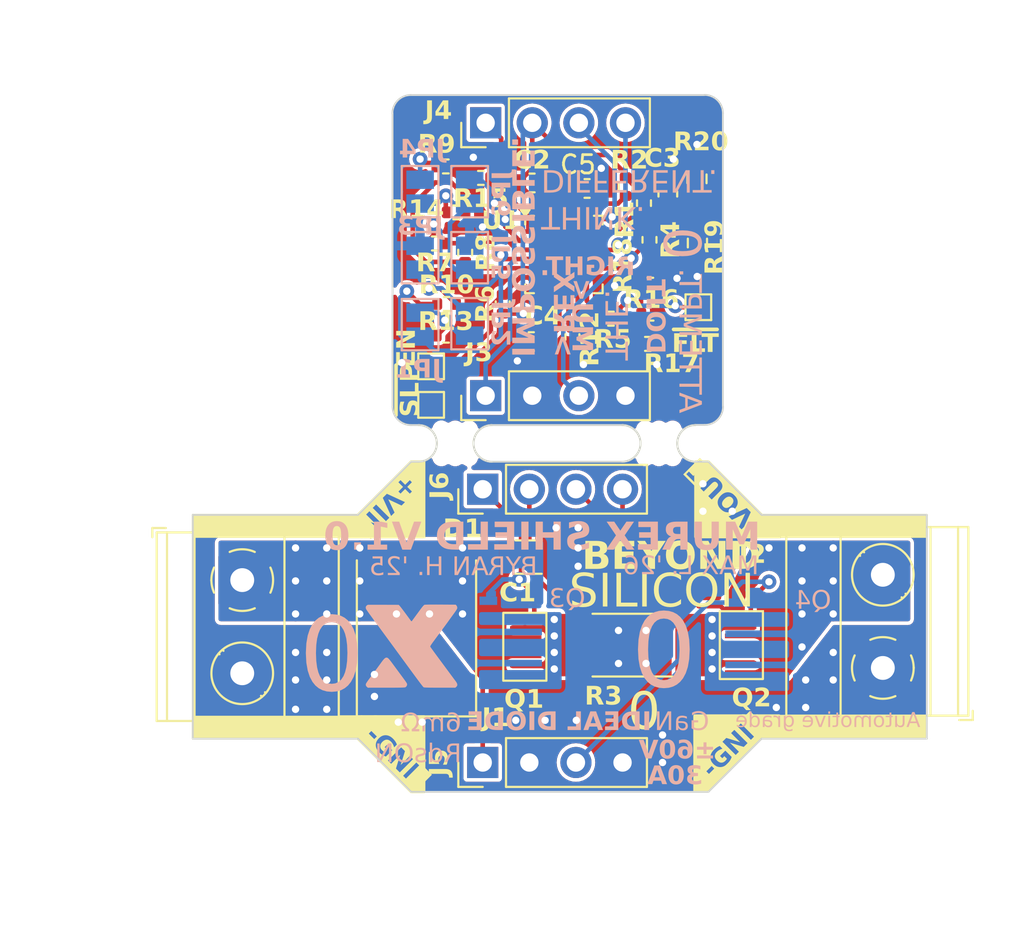
<source format=kicad_pcb>
(kicad_pcb (version 20240225) (generator "pcbnew") (generator_version "8.99")
  (layers (0 "F.Cu" signal) (31 "B.Cu" signal) (34 "B.Paste" user) (35 "F.Paste" user) (36 "B.SilkS" user "B.Silkscreen") (37 "F.SilkS" user "F.Silkscreen") (38 "B.Mask" user) (39 "F.Mask" user) (44 "Edge.Cuts" user))
  (net 0 "")
  (net 1 "GND")
  (net 2 "VCC")
  (net 3 "Net-(U1-CAP)")
  (net 4 "Net-(C3-Pad1)")
  (net 5 "Net-(U1-TMR)")
  (net 6 "Net-(JP1-A)")
  (net 7 "Net-(JP1-B)")
  (net 8 "Net-(JP2-A)")
  (net 9 "Net-(JP4-B)")
  (net 10 "Net-(JP4-A)")
  (net 11 "Net-(JP6-A)")
  (net 12 "VCC_PROTECTED")
  (net 13 "Net-(U1-ISCP)")
  (net 14 "Net-(U1-CS+)")
  (net 15 "Net-(U1-EN)")
  (net 16 "Net-(U1-SW)")
  (net 17 "Net-(U1-OV)")
  (net 18 "Net-(U1-IMON)")
  (net 19 "/ILIM")
  (net 20 "/VCC_PROT_IC")
  (net 21 "/GATE1_IC")
  (net 22 "/VCC_IC")
  (net 23 "/EN")
  (net 24 "/SHUNT-_IC")
  (net 25 "/GATE2_IC")
  (net 26 "/GATE1_PWR")
  (net 27 "/SHUNT+_PWR")
  (net 28 "/SHUNT-_PWR")
  (net 29 "/GATE2_PWR")
  (net 30 "Net-(U1-~{FLT})")
  (net 31 "Net-(R5-Pad1)")
  (footprint "TestPoint:TestPoint_Pad_1.0x1.0mm" (layer "F.Cu") (at 104.988314 60.000064)
    (property "Reference" "TP3" (hide yes))
    (property "Value" "~{SLP}")
  )
  (footprint "Resistor_SMD:R_0402_1005Metric" (layer "F.Cu") (at 116.935813 53.450064)
    (property "Reference" "R18")
    (property "Value" "47k")
  )
  (footprint "TerminalBlock_Phoenix:TerminalBlock_Phoenix_MKDS-1,5-2-5.08_1x02_P5.08mm_Horizontal" (layer "F.Cu") (at 94.695 69.555 -90)
    (property "Reference" "J1")
    (property "Value" "Screw_Terminal_01x02")
  )
  (footprint "Resistor_SMD:R_0402_1005Metric" (layer "F.Cu") (at 105.188314 51.200064 180)
    (property "Reference" "R7")
    (property "Value" "100k")
  )
  (footprint "Connector_PinHeader_2.54mm:PinHeader_1x04_P2.54mm_Vertical" (layer "F.Cu") (at 107.96 59.5 90)
    (property "Reference" "J3")
    (property "Value" "IC Side 1")
  )
  (footprint "WLCSP8-SOT8072:WLCSP8-SOT8072" (layer "F.Cu") (at 122.08 73.1 -90)
    (property "Reference" "Q2")
    (property "Value" "GAN3R2-100CBE")
  )
  (footprint "Connector_PinHeader_2.54mm:PinHeader_1x04_P2.54mm_Vertical" (layer "F.Cu") (at 107.8 64.6 90)
    (property "Reference" "J6")
    (property "Value" "Power Side 2")
  )
  (footprint "Resistor_SMD:R_2512_6332Metric" (layer "F.Cu") (at 115.9625 73.1)
    (property "Reference" "R3")
    (property "Value" "1m")
  )
  (footprint "Diode_SMD:D_SMC" (layer "F.Cu") (at 104.19068 72.0775 90)
    (property "Reference" "D1")
    (property "Value" "SMDJ36A")
  )
  (footprint "Capacitor_SMD:C_0603_1608Metric" (layer "F.Cu") (at 113.488314 48.200064 180)
    (property "Reference" "C5")
    (property "Value" "100nF")
  )
  (footprint "Resistor_SMD:R_0402_1005Metric" (layer "F.Cu") (at 116.800814 56.675064)
    (property "Reference" "R17")
    (property "Value" "200k")
  )
  (footprint "Capacitor_SMD:C_0603_1608Metric" (layer "F.Cu") (at 117.888314 48.500064 90)
    (property "Reference" "C3")
    (property "Value" "10nF")
  )
  (footprint "Resistor_SMD:R_0402_1005Metric" (layer "F.Cu") (at 115.588314 48.100064 -90)
    (property "Reference" "R2")
    (property "Value" "100R")
  )
  (footprint "Resistor_SMD:R_0603_1608Metric" (layer "F.Cu") (at 119.500814 51.175064 -90)
    (property "Reference" "R19")
    (property "Value" "DNP")
  )
  (footprint "Connector_PinHeader_2.54mm:PinHeader_1x04_P2.54mm_Vertical" (layer "F.Cu") (at 107.8 79.5 90)
    (property "Reference" "J5")
    (property "Value" "Power Side 1")
  )
  (footprint "Package_DFN_QFN:VQFN-24-1EP_4x4mm_P0.5mm_EP2.5x2.5mm" (layer "F.Cu") (at 112.225814 51.800064)
    (property "Reference" "U1")
    (property "Value" "LM74900")
  )
  (footprint "WLCSP8-SOT8072:WLCSP8-SOT8072" (layer "F.Cu") (at 110.28 73.19 -90)
    (property "Reference" "Q1")
    (property "Value" "GAN3R2-100CBE")
  )
  (footprint "Panelization:mouse-bite-2mm-slot" (layer "F.Cu") (at 117.4 62.1)
    (property "Reference" "mouse-bite-2mm-slot" (hide yes))
    (property "Value" "VAL**" (hide yes))
  )
  (footprint "Resistor_SMD:R_0402_1005Metric" (layer "F.Cu") (at 114.788314 55.300064 180)
    (property "Reference" "R5")
    (property "Value" "10k")
  )
  (footprint "Capacitor_SMD:C_1206_3216Metric" (layer "F.Cu") (at 110.3 68.3)
    (property "Reference" "C1")
    (property "Value" "100nF")
  )
  (footprint "Resistor_SMD:R_0402_1005Metric" (layer "F.Cu") (at 105.831933 54.500064)
    (property "Reference" "R10")
    (property "Value" "15k")
  )
  (footprint "Resistor_SMD:R_0402_1005Metric" (layer "F.Cu") (at 116.588314 49.000064 -90)
    (property "Reference" "R1")
    (property "Value" "1k")
  )
  (footprint "Resistor_SMD:R_0603_1608Metric" (layer "F.Cu") (at 119.475814 47.675064 90)
    (property "Reference" "R20")
    (property "Value" "DNP")
  )
  (footprint "Capacitor_SMD:C_0603_1608Metric" (layer "F.Cu") (at 110.488314 47.900064)
    (property "Reference" "C2")
    (property "Value" "100nF")
  )
  (footprint "Resistor_SMD:R_0402_1005Metric" (layer "F.Cu") (at 105.788314 47.000064)
    (property "Reference" "R9")
    (property "Value" "8.2k")
  )
  (footprint "TestPoint:TestPoint_Pad_1.0x1.0mm" (layer "F.Cu") (at 119.550814 54.675064)
    (property "Reference" "TP1" (hide yes))
    (property "Value" "~{FLT}")
  )
  (footprint "Resistor_SMD:R_0402_1005Metric" (layer "F.Cu") (at 106.844317 51.695775 -90)
    (property "Reference" "R8")
    (property "Value" "100k")
  )
  (footprint "Resistor_SMD:R_0402_1005Metric" (layer "F.Cu") (at 116.888314 51.000064 90)
    (property "Reference" "R4")
    (property "Value" "RG")
  )
  (footprint "Panelization:mouse-bite-2mm-slot" (layer "F.Cu") (at 106.3 62.1)
    (property "Reference" "mouse-bite-2mm-slot" (hide yes))
    (property "Value" "VAL**" (hide yes))
  )
  (footprint "Resistor_SMD:R_0402_1005Metric" (layer "F.Cu") (at 112.688314 56.300064 -90)
    (property "Reference" "R12")
    (property "Value" "15k")
  )
  (footprint "Connector_PinHeader_2.54mm:PinHeader_1x04_P2.54mm_Vertical" (layer "F.Cu") (at 107.96 44.62 90)
    (property "Reference" "J4")
    (property "Value" "IC Side 2")
  )
  (footprint "Capacitor_SMD:C_0603_1608Metric" (layer "F.Cu") (at 110.44665 56.549076 180)
    (property "Reference" "C4")
    (property "Value" "68nF")
  )
  (footprint "Resistor_SMD:R_0402_1005Metric" (layer "F.Cu") (at 105.800814 56.225064)
    (property "Reference" "R13")
    (property "Value" "15k")
  )
  (footprint "Resistor_SMD:R_0402_1005Metric" (layer "F.Cu") (at 106.349342 49.503744 180)
    (property "Reference" "R14")
    (property "Value" "3k")
  )
  (footprint "Resistor_SMD:R_0402_1005Metric" (layer "F.Cu") (at 116.950814 55.025064)
    (property "Reference" "R16")
    (property "Value" "200k")
  )
  (footprint "Resistor_SMD:R_0402_1005Metric" (layer "F.Cu") (at 108.888314 54.510063 90)
    (property "Reference" "R6")
    (property "Value" "10k")
  )
  (footprint "TestPoint:TestPoint_Pad_1.0x1.0mm" (layer "F.Cu") (at 104.988314 57.900064)
    (property "Reference" "TP2" (hide yes))
    (property "Value" "EN")
  )
  (footprint "Resistor_SMD:R_0402_1005Metric" (layer "F.Cu") (at 107.700814 47.625064 180)
    (property "Reference" "R15")
    (property "Value" "8.2k")
  )
  (footprint "TerminalBlock_Phoenix:TerminalBlock_Phoenix_MKDS-1,5-2-5.08_1x02_P5.08mm_Horizontal" (layer "F.Cu") (at 129.605 74.345001 90)
    (property "Reference" "J2")
    (property "Value" "Screw_Terminal_01x02")
  )
  (footprint "Jumper:SolderJumper-2_P1.3mm_Open_Pad1.0x1.5mm" (layer "B.Cu") (at 107.088314 51.975065 -90)
    (property "Reference" "JP5")
    (property "Value" "3")
  )
  (footprint "Jumper:SolderJumper-2_P1.3mm_Open_Pad1.0x1.5mm" (layer "B.Cu") (at 107.088314 48.375064 -90)
    (property "Reference" "JP6")
    (property "Value" "1")
  )
  (footprint "Max:10x10mm_Branding" (layer "B.Cu") (at 103.95 73.1 180)
    (property "Reference" "G***" (hide yes))
    (property "Value" "LOGO" (hide yes))
  )
  (footprint "Jumper:SolderJumper-2_P1.3mm_Open_Pad1.0x1.5mm" (layer "B.Cu") (at 104.388314 48.375064 -90)
    (property "Reference" "JP4")
    (property "Value" "2")
  )
  (footprint "Jumper:SolderJumper-2_P1.3mm_Open_Pad1.0x1.5mm" (layer "B.Cu") (at 104.388314 51.975065 -90)
    (property "Reference" "JP3")
    (property "Value" "4")
  )
  (footprint "Jumper:SolderJumper-2_P1.3mm_Open_Pad1.0x1.5mm" (layer "B.Cu") (at 107.088314 55.575064 -90)
    (property "Reference" "JP2")
    (property "Value" "5")
  )
  (footprint "Jumper:SolderJumper-2_P1.3mm_Open_Pad1.0x1.5mm" (layer "B.Cu") (at 104.388314 55.625064 -90)
    (property "Reference" "JP1")
    (property "Value" "6")
  )
  (footprint "EPC2304ENGRT:EPC2304_ECC" (layer "B.Cu") (at 109.32485 72.805989 180)
    (property "Reference" "Q3")
    (property "Value" "EPC2304")
  )
  (footprint "EPC2304ENGRT:EPC2304_ECC" (layer "B.Cu") (at 122.72485 72.905989 180)
    (property "Reference" "Q4")
    (property "Value" "EPC2304")
  )
  (gr_poly (pts (xy 101.2 78.2) (xy 102.2 77.2) (xy 102 77) (xy 101.2 77)) (stroke (width 0.15)) (fill solid) (layer "F.SilkS"))
  (gr_rect (start 122.8 66) (end 132 67.2) (stroke (width 0.1)) (fill solid) (layer "F.SilkS"))
  (gr_poly (pts (xy 101.2 66) (xy 102.2 67) (xy 102 67.2) (xy 101.2 67.2)) (stroke (width 0.15)) (fill solid) (layer "F.SilkS"))
  (gr_poly (pts (xy 122.75 78.15) (xy 121.75 77.15) (xy 121.95 76.95) (xy 122.75 76.95)) (stroke (width 0.15)) (fill solid) (layer "F.SilkS"))
  (gr_rect (start 92 77) (end 101.2 78.2) (stroke (width 0.1)) (fill solid) (layer "F.SilkS"))
  (gr_poly (pts (xy 122.8 66) (xy 121.8 67) (xy 122 67.2) (xy 122.8 67.2)) (stroke (width 0.15)) (fill solid) (layer "F.SilkS"))
  (gr_poly (pts (xy 120.1 63.1) (xy 124.1 67.1) (xy 124 67.2) (xy 122.8 67.2) (xy 122.8 66.1) (xy 120.4 63.7) (xy 119.5 64.6) (xy 122.1 67.2) (xy 119.4 67.2) (xy 119.4 63.1)) (stroke (width 0.15)) (fill solid) (layer "F.SilkS"))
  (gr_rect (start 122.75 76.95) (end 131.95 78.15) (stroke (width 0.1)) (fill solid) (layer "F.SilkS"))
  (gr_poly (pts (xy 120.05 81.05) (xy 124.05 77.05) (xy 123.95 76.95) (xy 122.75 76.95) (xy 122.75 78.05) (xy 120.35 80.45) (xy 119.45 79.55) (xy 122.05 76.95) (xy 119.35 76.95) (xy 119.35 81.05)) (stroke (width 0.15)) (fill solid) (layer "F.SilkS"))
  (gr_poly (pts (xy 103.9 63.1) (xy 99.9 67.1) (xy 100 67.2) (xy 101.2 67.2) (xy 101.2 66.1) (xy 103.6 63.7) (xy 104.5 64.6) (xy 101.9 67.2) (xy 104.6 67.2) (xy 104.6 63.1)) (stroke (width 0.15)) (fill solid) (layer "F.SilkS"))
  (gr_poly (pts (xy 103.9 81.1) (xy 99.9 77.1) (xy 100 77) (xy 101.2 77) (xy 101.2 78.1) (xy 103.6 80.5) (xy 104.5 79.6) (xy 101.9 77) (xy 104.6 77) (xy 104.6 81.1)) (stroke (width 0.15)) (fill solid) (layer "F.SilkS"))
  (gr_rect (start 92 66) (end 101.2 67.2) (stroke (width 0.1)) (fill solid) (layer "F.SilkS"))
  (gr_arc (start 103.888314 61.100064) (mid 103.181207 60.807171) (end 102.888314 60.100064) (stroke (width 0.1)) (layer "Edge.Cuts"))
  (gr_line (start 132 66) (end 123 66) (stroke (width 0.1)) (layer "Edge.Cuts"))
  (gr_line (start 115.4 63.1) (end 108.3 63.1) (stroke (width 0.1)) (layer "Edge.Cuts"))
  (gr_arc (start 120.895419 60.092957) (mid 120.602529 60.80007) (end 119.895419 61.092957) (stroke (width 0.1)) (layer "Edge.Cuts"))
  (gr_line (start 123 66) (end 120.1 63.1) (stroke (width 0.1)) (layer "Edge.Cuts"))
  (gr_line (start 101 66) (end 103.9 63.1) (stroke (width 0.1)) (layer "Edge.Cuts"))
  (gr_arc (start 115.4 61.1) (mid 116.4 62.1) (end 115.4 63.1) (stroke (width 0.1)) (layer "Edge.Cuts"))
  (gr_line (start 102.888314 60.100064) (end 102.888314 44.107171) (stroke (width 0.1)) (layer "Edge.Cuts"))
  (gr_line (start 92 78.2) (end 101 78.2) (stroke (width 0.1)) (layer "Edge.Cuts"))
  (gr_arc (start 108.3 63.1) (mid 107.3 62.1) (end 108.3 61.1) (stroke (width 0.1)) (layer "Edge.Cuts"))
  (gr_arc (start 104.3 61.1) (mid 105.3 62.1) (end 104.3 63.1) (stroke (width 0.1)) (layer "Edge.Cuts"))
  (gr_line (start 120.888314 44.100064) (end 120.888314 60.092957) (stroke (width 0.1)) (layer "Edge.Cuts"))
  (gr_line (start 104.3 63.1) (end 103.9 63.1) (stroke (width 0.1)) (layer "Edge.Cuts"))
  (gr_line (start 132 66) (end 132 78.2) (stroke (width 0.1)) (layer "Edge.Cuts"))
  (gr_line (start 123 78.2) (end 120.1 81.1) (stroke (width 0.1)) (layer "Edge.Cuts"))
  (gr_arc (start 102.881209 44.107171) (mid 103.174099 43.400058) (end 103.881209 43.107171) (stroke (width 0.1)) (layer "Edge.Cuts"))
  (gr_line (start 103.888314 61.100064) (end 104.3 61.100064) (stroke (width 0.1)) (layer "Edge.Cuts"))
  (gr_line (start 119.4 63.1) (end 120.1 63.1) (stroke (width 0.1)) (layer "Edge.Cuts"))
  (gr_arc (start 119.888314 43.100064) (mid 120.595421 43.392957) (end 120.888314 44.100064) (stroke (width 0.1)) (layer "Edge.Cuts"))
  (gr_arc (start 119.4 63.1) (mid 118.4 62.1) (end 119.4 61.1) (stroke (width 0.1)) (layer "Edge.Cuts"))
  (gr_line (start 108.3 61.1) (end 115.4 61.1) (stroke (width 0.1)) (layer "Edge.Cuts"))
  (gr_line (start 92 66) (end 101 66) (stroke (width 0.1)) (layer "Edge.Cuts"))
  (gr_line (start 132 78.2) (end 123 78.2) (stroke (width 0.1)) (layer "Edge.Cuts"))
  (gr_line (start 103.881209 43.107171) (end 119.888314 43.107171) (stroke (width 0.1)) (layer "Edge.Cuts"))
  (gr_line (start 92 66) (end 92 78.2) (stroke (width 0.1)) (layer "Edge.Cuts"))
  (gr_line (start 101 78.2) (end 103.9 81.1) (stroke (width 0.1)) (layer "Edge.Cuts"))
  (gr_line (start 119.895419 61.092957) (end 119.4 61.092957) (stroke (width 0.1)) (layer "Edge.Cuts"))
  (gr_line (start 120.1 81.1) (end 103.9 81.1) (stroke (width 0.1)) (layer "Edge.Cuts"))
  (gr_text "GaN" (at 120.15 77.9 0) (layer "B.SilkS") (effects (font (size 1 1) (thickness 0.1625) (italic yes)) (justify left bottom mirror)))
  (gr_text ">REX" (at 111.490314 57.413064 270) (layer "B.SilkS") (effects (font (size 1.1 1.1) (thickness 0.2) (bold yes) (italic yes)) (justify left bottom mirror)))
  (gr_text "BYRAN H. '25" (at 101.6 69.45 0) (layer "B.SilkS") (effects (font (size 1 1) (thickness 0.1875)) (justify right bottom mirror)))
  (gr_text "MUREX SHIELD V1.0" (at 122.95 68.15 -0) (layer "B.SilkS") (effects (font (size 1.5 1.5) (thickness 0.3) (bold yes) (italic yes)) (justify left bottom mirror)))
  (gr_text "MU<" (at 112.506314 57.159064 270) (layer "B.SilkS") (effects (font (size 1.1 1.1) (thickness 0.2) (bold yes) (italic yes)) (justify left bottom mirror)))
  (gr_text "0" (at 101.35 76.25 0) (layer "B.SilkS") (effects (font (size 4 4) (thickness 0.1875)) (justify left bottom mirror)))
  (gr_text "0" (at 119.45 76.05 0) (layer "B.SilkS") (effects (font (size 4 4) (thickness 0.1875)) (justify left bottom mirror)))
  (gr_text "MAX L. '26" (at 122.85 69.4 0) (layer "B.SilkS") (effects (font (size 1 1) (thickness 0.1875)) (justify left bottom mirror)))
  (gr_text "IMPOSSIBLE." (at 109.204314 57.413064 270) (layer "B.SilkS") (effects (font (size 1.2 1.2) (thickness 0.3) (bold yes)) (justify left bottom mirror)))
  (gr_text "±60V" (at 120.5 79.45 0) (layer "B.SilkS") (effects (font (size 1 1) (thickness 0.2) (bold yes)) (justify left bottom mirror)))
  (gr_text "30A" (at 119.8 80.85 0) (layer "B.SilkS") (effects (font (size 1 1) (thickness 0.2) (bold yes)) (justify left bottom mirror)))
  (gr_text "6mΩ\nRdsON" (at 106.65 79.65 0) (layer "B.SilkS") (effects (font (size 1 1) (thickness 0.125)) (justify left bottom mirror)))
  (gr_text "RIGHT." (at 116.109711 53.095064 0) (layer "B.SilkS") (effects (font (size 1 1) (thickness 0.2) (bold yes)) (justify left bottom mirror)))
  (gr_text "0" (at 117.332314 52.079064 -90) (layer "B.SilkS") (effects (font (size 2 2) (thickness 0.1875)) (justify left bottom mirror)))
  (gr_text "DO." (at 116.570314 57.217633 -90) (layer "B.SilkS") (effects (font (size 1 1) (thickness 0.2) (bold yes)) (justify left bottom mirror)))
  (gr_text "Automotive grade" (at 131.65 77.7 0) (layer "B.SilkS") (effects (font (size 0.8 0.8) (thickness 0.1) (italic yes)) (justify left bottom mirror)))
  (gr_text "THINK.\nDIFFERENT." (at 110.982314 46.999064 180) (layer "B.SilkS") (effects (font (size 1.2 1.2)) (justify left bottom mirror)))
  (gr_text "IT." (at 116.570314 54.619064 270) (layer "B.SilkS") (effects (font (size 1 1) (thickness 0.2) (bold yes)) (justify left bottom mirror)))
  (gr_text "ATTEMPT.\n	\n	THE." (at 114.284314 60.461064 270) (layer "B.SilkS") (effects (font (size 1.2 1.2) (thickness 0.15) (italic yes)) (justify left bottom mirror)))
  (gr_text "IDEAL DIODE" (at 117 77.9 0) (layer "B.SilkS") (effects (font (size 1 1) (thickness 0.16) (bold yes) (italic yes)) (justify left bottom mirror)))
  (gr_text "VOUT" (at 122.8 66 135) (layer "F.SilkS" knockout) (effects (font (size 1 1) (thickness 0.2) (bold yes)) (justify left bottom)))
  (gr_text "SILICON" (at 112.5 71.3 0) (layer "F.SilkS") (effects (font (size 1.8 1.8) (thickness 0.225)) (justify left bottom)))
  (gr_text "BEYOND" (at 113.2 69.2 0) (layer "F.SilkS") (effects (font (size 1.5 1.5) (thickness 0.3) (bold yes) (italic yes)) (justify left bottom)))
  (gr_text "-GND" (at 120.393256 80.523101 45) (layer "F.SilkS" knockout) (effects (font (size 1 1) (thickness 0.2) (bold yes)) (justify left bottom)))
  (gr_text "-GND" (at 101.2 78.2 315) (layer "F.SilkS" knockout) (effects (font (size 1 1) (thickness 0.2) (bold yes)) (justify left bottom)))
  (gr_text "+VIN" (at 103.556744 63.626899 -135) (layer "F.SilkS" knockout) (effects (font (size 1 1) (thickness 0.2) (bold yes)) (justify left bottom)))
  (gr_text "0" (at 115.7 78 0) (layer "F.SilkS") (effects (font (size 2 2) (thickness 0.1875)) (justify left bottom)))
  (segment (start 117.460813 56.525064) (end 117.310813 56.675064) (width 0.25) (layer "F.Cu") (net 1))
  (segment (start 117.460813 53.465065) (end 117.445812 53.450064) (width 0.25) (layer "F.Cu") (net 1))
  (segment (start 117.445812 53.450064) (end 118.038314 53.450064) (width 0.25) (layer "F.Cu") (net 1))
  (segment (start 119.500814 52.000064) (end 119.500814 52.987564) (width 0.25) (layer "F.Cu") (net 1))
  (segment (start 117.310813 57.777565) (end 117.288314 57.800064) (width 0.25) (layer "F.Cu") (net 1))
  (segment (start 112.688314 57.200064) (end 113.288314 57.800064) (width 0.25) (layer "F.Cu") (net 1))
  (segment (start 117.460813 55.025064) (end 117.460813 53.465065) (width 0.25) (layer "F.Cu") (net 1))
  (segment (start 114.538314 53.050064) (end 114.988314 53.500064) (width 0.25) (layer "F.Cu") (net 1))
  (segment (start 107.190815 46.597563) (end 107.288314 46.500064) (width 0.25) (layer "F.Cu") (net 1))
  (segment (start 109.67165 56.549076) (end 109.67165 57.5834) (width 0.25) (layer "F.Cu") (net 1))
  (segment (start 118.038314 53.450064) (end 118.388314 53.100064) (width 0.25) (layer "F.Cu") (net 1))
  (segment (start 114.163314 53.050064) (end 114.538314 53.050064) (width 0.25) (layer "F.Cu") (net 1))
  (segment (start 112.688314 56.810063) (end 112.688314 57.200064) (width 0.25) (layer "F.Cu") (net 1))
  (segment (start 117.888314 47.725064) (end 117.888314 46.900064) (width 0.25) (layer "F.Cu") (net 1))
  (segment (start 117.310813 56.675064) (end 117.310813 57.777565) (width 0.25) (layer "F.Cu") (net 1))
  (segment (start 109.67165 57.5834) (end 109.688314 57.600064) (width 0.25) (layer "F.Cu") (net 1))
  (segment (start 119.500814 52.987564) (end 119.488314 53.000064) (width 0.25) (layer "F.Cu") (net 1))
  (segment (start 119.475814 45.800064) (end 119.475814 46.850064) (width 0.25) (layer "F.Cu") (net 1))
  (segment (start 114.263314 47.100064) (end 114.263314 48.200064) (width 0.25) (layer "F.Cu") (net 1))
  (segment (start 117.888314 46.900064) (end 118.188314 46.600064) (width 0.25) (layer "F.Cu") (net 1))
  (segment (start 117.460813 55.025064) (end 117.460813 56.525064) (width 0.25) (layer "F.Cu") (net 1))
  (segment (start 107.190815 47.625064) (end 107.190815 46.597563) (width 0.25) (layer "F.Cu") (net 1))
  (via (at 113 66.7) (size 0.8) (drill 0.4) (layers "F.Cu" "B.Cu") (net 1))
  (via (at 113 67.8) (size 0.8) (drill 0.4) (layers "F.Cu" "B.Cu") (net 1))
  (via (at 119.8 65.8) (size 0.8) (drill 0.4) (layers "F.Cu" "B.Cu") (net 1))
  (via (at 115.2 72.3) (size 0.8) (drill 0.4) (layers "F.Cu" "B.Cu") (net 1))
  (via (at 107.788314 50.300064) (size 0.8) (drill 0.4) (layers "F.Cu" "B.Cu") (net 1))
  (via (at 97.6 73.5) (size 0.8) (drill 0.4) (layers "F.Cu" "B.Cu") (net 1))
  (via (at 107.288314 46.500064) (size 0.8) (drill 0.4) (layers "F.Cu" "B.Cu") (net 1))
  (via (at 114.988314 53.500064) (size 0.8) (drill 0.4) (layers "F.Cu" "B.Cu") (net 1))
  (via (at 109.6 77.2) (size 0.8) (drill 0.4) (layers "F.Cu" "B.Cu") (net 1))
  (via (at 109.688314 57.600064) (size 0.8) (drill 0.4) (layers "F.Cu" "B.Cu") (net 1))
  (via (at 113 68.8) (size 0.8) (drill 0.4) (layers "F.Cu" "B.Cu") (net 1))
  (via (at 125.4 75) (size 0.8) (drill 0.4) (layers "F.Cu" "B.Cu") (net 1))
  (via (at 126.9 73.5) (size 0.8) (drill 0.4) (layers "F.Cu" "B.Cu") (net 1))
  (via (at 104.5 77.3) (size 0.8) (drill 0.4) (layers "F.Cu" "B.Cu") (net 1))
  (via (at 111.8 66.7) (size 0.8) (drill 0.4) (layers "F.Cu" "B.Cu") (net 1))
  (via (at 117.6 78) (size 0.8) (drill 0.4) (layers "F.Cu" "B.Cu") (net 1))
  (via (at 99.3 73.5) (size 0.8) (drill 0.4) (layers "F.Cu" "B.Cu") (net 1))
  (via (at 119.488314 53.000064) (size 0.8) (drill 0.4) (layers "F.Cu" "B.Cu") (net 1))
  (via (at 101.9 74.7) (size 0.8) (drill 0.4) (layers "F.Cu" "B.Cu") (net 1))
  (via (at 117.6 79.5) (size 0.8) (drill 0.4) (layers "F.Cu" "B.Cu") (net 1))
  (via (at 103.388314 57.700064) (size 0.8) (drill 0.4) (layers "F.Cu" "B.Cu") (net 1))
  (via (at 113.288314 57.800064) (size 0.8) (drill 0.4) (layers "F.Cu" "B.Cu") (net 1))
  (via (at 103.2 77.3) (size 0.8) (drill 0.4) (layers "F.Cu" "B.Cu") (net 1))
  (via (at 119.8 64.3) (size 0.8) (drill 0.4) (layers "F.Cu" "B.Cu") (net 1))
  (via (at 116.7 72.3) (size 0.8) (drill 0.4) (layers "F.Cu" "B.Cu") (net 1))
  (via (at 117.288314 57.800064) (size 0.8) (drill 0.4) (layers "F.Cu" "B.Cu") (net 1))
  (via (at 101.9 75.9) (size 0.8) (drill 0.4) (layers "F.Cu" "B.Cu") (net 1))
  (via (at 112.9 77.2) (size 0.8) (drill 0.4) (layers "F.Cu" "B.Cu") (net 1))
  (via (at 116.7 74.1) (size 0.8) (drill 0.4) (layers "F.Cu" "B.Cu") (net 1))
  (via (at 118.188314 46.600064) (size 0.8) (drill 0.4) (layers "F.Cu" "B.Cu") (net 1))
  (via (at 99.3 75) (size 0.8) (drill 0.4) (layers "F.Cu" "B.Cu") (net 1))
  (via (at 97.6 76.6) (size 0.8) (drill 0.4) (layers "F.Cu" "B.Cu") (net 1))
  (via (at 111.2 77.2) (size 0.8) (drill 0.4) (layers "F.Cu" "B.Cu") (net 1))
  (via (at 123.8 76.5) (size 0.8) (drill 0.4) (layers "F.Cu" "B.Cu") (net 1))
  (via (at 125.4 76.5) (size 0.8) (drill 0.4) (layers "F.Cu" "B.Cu") (net 1))
  (via (at 99.3 76.6) (size 0.8) (drill 0.4) (layers "F.Cu" "B.Cu") (net 1))
  (via (at 115.2 74.1) (size 0.8) (drill 0.4) (layers "F.Cu" "B.Cu") (net 1))
  (via (at 119.475814 45.800064) (size 0.8) (drill 0.4) (layers "F.Cu" "B.Cu") (net 1))
  (via (at 118.388314 53.100064) (size 0.8) (drill 0.4) (layers "F.Cu" "B.Cu") (net 1))
  (via (at 126.9 75) (size 0.8) (drill 0.4) (layers "F.Cu" "B.Cu") (net 1))
  (via (at 97.6 75) (size 0.8) (drill 0.4) (layers "F.Cu" "B.Cu") (net 1))
  (via (at 114.263314 47.100064) (size 0.8) (drill 0.4) (layers "F.Cu" "B.Cu") (net 1))
  (via (at 121.4 65.8) (size 0.8) (drill 0.4) (layers "F.Cu" "B.Cu") (net 1))
  (segment (start 107.088314 51.325066) (end 107.088314 51.000064) (width 0.25) (layer "B.Cu") (net 1))
  (segment (start 107.088314 51.000064) (end 107.788314 50.300064) (width 0.25) (layer "B.Cu") (net 1))
  (segment (start 107.8 72.5) (end 107.8 79.5) (width 0.25) (layer "F.Cu") (net 2))
  (segment (start 106.7 71.4) (end 107.8 72.5) (width 0.25) (layer "F.Cu") (net 2))
  (via (at 99.3 69.6) (size 0.8) (drill 0.4) (layers "F.Cu" "B.Cu") (net 2))
  (via (at 106.7 71.4) (size 0.8) (drill 0.4) (layers "F.Cu" "B.Cu") (net 2))
  (via (at 106.7 69.6) (size 0.8) (drill 0.4) (layers "F.Cu" "B.Cu") (net 2))
  (via (at 104.9 71.4) (size 0.8) (drill 0.4) (layers "F.Cu" "B.Cu") (net 2))
  (via (at 97.6 69.6) (size 0.8) (drill 0.4) (layers "F.Cu" "B.Cu") (net 2))
  (via (at 101.1 67.8) (size 0.8) (drill 0.4) (layers "F.Cu" "B.Cu") (net 2))
  (via (at 99.3 71.4) (size 0.8) (drill 0.4) (layers "F.Cu" "B.Cu") (net 2))
  (via (at 101.1 71.4) (size 0.8) (drill 0.4) (layers "F.Cu" "B.Cu") (net 2))
  (via (at 103.1 71.4) (size 0.8) (drill 0.4) (layers "F.Cu" "B.Cu") (net 2))
  (via (at 97.6 71.4) (size 0.8) (drill 0.4) (layers "F.Cu" "B.Cu") (net 2))
  (via (at 99.3 67.8) (size 0.8) (drill 0.4) (layers "F.Cu" "B.Cu") (net 2))
  (via (at 106.7 67.8) (size 0.8) (drill 0.4) (layers "F.Cu" "B.Cu") (net 2))
  (via (at 97.6 67.8) (size 0.8) (drill 0.4) (layers "F.Cu" "B.Cu") (net 2))
  (via (at 101.1 69.6) (size 0.8) (drill 0.4) (layers "F.Cu" "B.Cu") (net 2))
  (segment (start 111.475814 48.112564) (end 111.475814 49.862565) (width 0.25) (layer "F.Cu") (net 3))
  (segment (start 111.263314 47.900064) (end 111.475814 48.112564) (width 0.25) (layer "F.Cu") (net 3))
  (segment (start 117.888314 49.490065) (end 117.888314 49.275064) (width 0.25) (layer "F.Cu") (net 4))
  (segment (start 116.888314 50.490065) (end 117.888314 49.490065) (width 0.25) (layer "F.Cu") (net 4))
  (segment (start 111.22165 56.549076) (end 111.975814 55.794912) (width 0.25) (layer "F.Cu") (net 5))
  (segment (start 111.975814 55.794912) (end 111.975814 53.737564) (width 0.25) (layer "F.Cu") (net 5))
  (segment (start 105.738312 55.777567) (end 105.290815 56.225064) (width 0.25) (layer "F.Cu") (net 6))
  (segment (start 105.738312 55.381098) (end 105.738312 55.777567) (width 0.25) (layer "F.Cu") (net 6))
  (via (at 105.738312 55.381098) (size 0.8) (drill 0.4) (layers "F.Cu" "B.Cu") (net 6))
  (segment (start 106.582277 56.225063) (end 105.738312 55.381098) (width 0.25) (layer "B.Cu") (net 6))
  (segment (start 104.388314 54.975065) (end 105.332279 54.975065) (width 0.25) (layer "B.Cu") (net 6))
  (segment (start 105.332279 54.975065) (end 105.738312 55.381098) (width 0.25) (layer "B.Cu") (net 6))
  (segment (start 107.088314 56.225063) (end 106.582277 56.225063) (width 0.25) (layer "B.Cu") (net 6))
  (segment (start 105.122941 50.14058) (end 105.122941 50.755438) (width 0.25) (layer "F.Cu") (net 7))
  (segment (start 110.288314 52.050064) (end 109.013314 52.050064) (width 0.25) (layer "F.Cu") (net 7))
  (segment (start 109.013314 52.050064) (end 108.788314 51.825064) (width 0.25) (layer "F.Cu") (net 7))
  (segment (start 104.363315 54.500064) (end 105.321934 54.500064) (width 0.25) (layer "F.Cu") (net 7))
  (segment (start 103.663315 53.800064) (end 104.363315 54.500064) (width 0.25) (layer "F.Cu") (net 7))
  (segment (start 105.122941 50.755438) (end 104.678315 51.200064) (width 0.25) (layer "F.Cu") (net 7))
  (via (at 105.122941 50.14058) (size 0.8) (drill 0.4) (layers "F.Cu" "B.Cu") (net 7))
  (via (at 108.788314 51.825064) (size 0.8) (drill 0.4) (layers "F.Cu" "B.Cu") (net 7))
  (via (at 103.663315 53.800064) (size 0.8) (drill 0.4) (layers "F.Cu" "B.Cu") (net 7))
  (segment (start 103.313314 54.150065) (end 103.313314 56.200063) (width 0.25) (layer "B.Cu") (net 7))
  (segment (start 106.013314 53.450064) (end 105.488314 52.925064) (width 0.25) (layer "B.Cu") (net 7))
  (segment (start 108.163314 53.450064) (end 106.013314 53.450064) (width 0.25) (layer "B.Cu") (net 7))
  (segment (start 103.663315 53.800064) (end 103.313314 54.150065) (width 0.25) (layer "B.Cu") (net 7))
  (segment (start 108.788314 56.300064) (end 108.788314 51.825064) (width 0.25) (layer "B.Cu") (net 7))
  (segment (start 108.038315 57.050063) (end 108.788314 56.300064) (width 0.25) (layer "B.Cu") (net 7))
  (segment (start 105.488314 50.505953) (end 105.122941 50.14058) (width 0.25) (layer "B.Cu") (net 7))
  (segment (start 108.788314 51.825064) (end 108.788314 52.825064) (width 0.25) (layer "B.Cu") (net 7))
  (segment (start 104.388314 56.275063) (end 105.163314 57.050063) (width 0.25) (layer "B.Cu") (net 7))
  (segment (start 108.788314 52.825064) (end 108.163314 53.450064) (width 0.25) (layer "B.Cu") (net 7))
  (segment (start 105.163314 57.050063) (end 108.038315 57.050063) (width 0.25) (layer "B.Cu") (net 7))
  (segment (start 103.388314 56.275063) (end 104.388314 56.275063) (width 0.25) (layer "B.Cu") (net 7))
  (segment (start 103.313314 56.200063) (end 103.388314 56.275063) (width 0.25) (layer "B.Cu") (net 7))
  (segment (start 105.488314 52.925064) (end 105.488314 50.505953) (width 0.25) (layer "B.Cu") (net 7))
  (segment (start 104.868906 53.649763) (end 105.491631 53.649763) (width 0.25) (layer "F.Cu") (net 8))
  (segment (start 105.491631 53.649763) (end 106.341932 54.500064) (width 0.25) (layer "F.Cu") (net 8))
  (via (at 104.868906 53.649763) (size 0.8) (drill 0.4) (layers "F.Cu" "B.Cu") (net 8))
  (segment (start 104.388314 52.625064) (end 104.388314 53.169171) (width 0.25) (layer "B.Cu") (net 8))
  (segment (start 104.388314 53.169171) (end 104.868906 53.649763) (width 0.25) (layer "B.Cu") (net 8))
  (segment (start 105.563012 53.649763) (end 106.838314 54.925065) (width 0.25) (layer "B.Cu") (net 8))
  (segment (start 104.868906 53.649763) (end 105.563012 53.649763) (width 0.25) (layer "B.Cu") (net 8))
  (segment (start 106.838314 54.925065) (end 107.088314 54.925065) (width 0.25) (layer "B.Cu") (net 8))
  (segment (start 105.788314 49.452715) (end 105.839343 49.503744) (width 0.25) (layer "F.Cu") (net 9))
  (segment (start 105.788314 48.600064) (end 105.788314 49.452715) (width 0.25) (layer "F.Cu") (net 9))
  (via (at 105.788314 48.600064) (size 0.8) (drill 0.4) (layers "F.Cu" "B.Cu") (net 9))
  (segment (start 106.013314 50.100063) (end 106.013314 52.325064) (width 0.25) (layer "B.Cu") (net 9))
  (segment (start 105.363315 49.025063) (end 105.788314 48.600064) (width 0.25) (layer "B.Cu") (net 9))
  (segment (start 107.088314 49.025063) (end 106.013314 50.100063) (width 0.25) (layer "B.Cu") (net 9))
  (segment (start 107.088314 49.025063) (end 106.213313 49.025063) (width 0.25) (layer "B.Cu") (net 9))
  (segment (start 106.313314 52.625064) (end 107.088314 52.625064) (width 0.25) (layer "B.Cu") (net 9))
  (segment (start 106.213313 49.025063) (end 105.788314 48.600064) (width 0.25) (layer "B.Cu") (net 9))
  (segment (start 106.013314 52.325064) (end 106.313314 52.625064) (width 0.25) (layer "B.Cu") (net 9))
  (segment (start 104.388314 49.025063) (end 105.363315 49.025063) (width 0.25) (layer "B.Cu") (net 9))
  (segment (start 104.598314 46.810064) (end 105.088314 46.810064) (width 0.25) (layer "F.Cu") (net 10))
  (segment (start 104.388314 46.600064) (end 104.598314 46.810064) (width 0.25) (layer "F.Cu") (net 10))
  (segment (start 105.088314 46.810064) (end 105.278314 47.000064) (width 0.25) (layer "F.Cu") (net 10))
  (via (at 104.388314 46.600064) (size 0.8) (drill 0.4) (layers "F.Cu" "B.Cu") (net 10))
  (segment (start 104.388314 46.600064) (end 104.388314 47.725065) (width 0.25) (layer "B.Cu") (net 10))
  (segment (start 108.438316 49.000064) (end 108.210813 48.772561) (width 0.25) (layer "F.Cu") (net 11))
  (segment (start 108.210813 48.772561) (end 108.210813 47.625064) (width 0.25) (layer "F.Cu") (net 11))
  (via (at 108.438316 49.000064) (size 0.8) (drill 0.4) (layers "F.Cu" "B.Cu") (net 11))
  (segment (start 108.163314 48.200063) (end 107.688316 47.725065) (width 0.25) (layer "B.Cu") (net 11))
  (segment (start 108.163314 48.725062) (end 108.163314 48.200063) (width 0.25) (layer "B.Cu") (net 11))
  (segment (start 108.438316 49.000064) (end 108.163314 48.725062) (width 0.25) (layer "B.Cu") (net 11))
  (segment (start 107.688316 47.725065) (end 107.088314 47.725065) (width 0.25) (layer "B.Cu") (net 11))
  (segment (start 119.575 70.975) (end 120.765 70.975) (width 0.25) (layer "F.Cu") (net 12))
  (segment (start 115.42 66.503605) (end 119.375 70.458605) (width 0.25) (layer "F.Cu") (net 12))
  (segment (start 119.375 70.775) (end 119.575 70.975) (width 0.25) (layer "F.Cu") (net 12))
  (segment (start 120.765 70.975) (end 121.39 71.6) (width 0.25) (layer "F.Cu") (net 12))
  (segment (start 115.42 64.6) (end 115.42 66.503605) (width 0.25) (layer "F.Cu") (net 12))
  (segment (start 119.375 70.458605) (end 119.375 70.775) (width 0.25) (layer "F.Cu") (net 12))
  (via (at 125.2 69.6) (size 0.8) (drill 0.4) (layers "F.Cu" "B.Cu") (net 12))
  (via (at 126.9 67.8) (size 0.8) (drill 0.4) (layers "F.Cu" "B.Cu") (net 12))
  (via (at 125.2 67.8) (size 0.8) (drill 0.4) (layers "F.Cu" "B.Cu") (net 12))
  (via (at 123.4 67.8) (size 0.8) (drill 0.4) (layers "F.Cu" "B.Cu") (net 12))
  (via (at 125.2 71.4) (size 0.8) (drill 0.4) (layers "F.Cu" "B.Cu") (net 12))
  (via (at 126.9 69.6) (size 0.8) (drill 0.4) (layers "F.Cu" "B.Cu") (net 12))
  (via (at 126.9 71.4) (size 0.8) (drill 0.4) (layers "F.Cu" "B.Cu") (net 12))
  (via (at 125.2 73.2) (size 0.8) (drill 0.4) (layers "F.Cu" "B.Cu") (net 12))
  (segment (start 115.138314 50.550064) (end 116.178315 49.510063) (width 0.25) (layer "F.Cu") (net 13))
  (segment (start 114.163314 50.550064) (end 115.138314 50.550064) (width 0.25) (layer "F.Cu") (net 13))
  (segment (start 116.178315 49.510063) (end 116.588314 49.510063) (width 0.25) (layer "F.Cu") (net 13))
  (segment (start 115.588314 48.610063) (end 115.173466 49.024911) (width 0.25) (layer "F.Cu") (net 14))
  (segment (start 113.326227 49.024911) (end 112.975814 49.375324) (width 0.25) (layer "F.Cu") (net 14))
  (segment (start 115.173466 49.024911) (end 113.326227 49.024911) (width 0.25) (layer "F.Cu") (net 14))
  (segment (start 112.975814 49.375324) (end 112.975814 49.862565) (width 0.25) (layer "F.Cu") (net 14))
  (segment (start 104.988314 57.900064) (end 106.288314 57.900064) (width 0.25) (layer "F.Cu") (net 15))
  (segment (start 108.243314 54.645064) (end 108.888314 54.000064) (width 0.25) (layer "F.Cu") (net 15))
  (segment (start 104.988314 60.000064) (end 104.988314 57.900064) (width 0.25) (layer "F.Cu") (net 15))
  (segment (start 110.288314 53.050064) (end 109.838314 53.050064) (width 0.25) (layer "F.Cu") (net 15))
  (segment (start 110.975814 53.737564) (end 110.288314 53.050064) (width 0.25) (layer "F.Cu") (net 15))
  (segment (start 108.243314 55.945064) (end 108.243314 54.645064) (width 0.25) (layer "F.Cu") (net 15))
  (segment (start 109.838314 53.050064) (end 108.888314 54.000064) (width 0.25) (layer "F.Cu") (net 15))
  (segment (start 106.288314 57.900064) (end 108.243314 55.945064) (width 0.25) (layer "F.Cu") (net 15))
  (segment (start 109.214678 51.100064) (end 106.930029 51.100064) (width 0.25) (layer "F.Cu") (net 16))
  (segment (start 109.664678 51.550064) (end 109.214678 51.100064) (width 0.25) (layer "F.Cu") (net 16))
  (segment (start 106.930029 51.100064) (end 106.844317 51.185776) (width 0.25) (layer "F.Cu") (net 16))
  (segment (start 106.844317 51.185776) (end 105.712601 51.185776) (width 0.25) (layer "F.Cu") (net 16))
  (segment (start 110.288314 51.550064) (end 109.664678 51.550064) (width 0.25) (layer "F.Cu") (net 16))
  (segment (start 105.712601 51.185776) (end 105.698313 51.200064) (width 0.25) (layer "F.Cu") (net 16))
  (segment (start 107.188607 52.550064) (end 106.844317 52.205774) (width 0.25) (layer "F.Cu") (net 17))
  (segment (start 104.709745 52.205774) (end 106.844317 52.205774) (width 0.25) (layer "F.Cu") (net 17))
  (segment (start 103.988314 49.100064) (end 103.988314 51.484343) (width 0.25) (layer "F.Cu") (net 17))
  (segment (start 106.088619 47.875064) (end 105.213314 47.875064) (width 0.25) (layer "F.Cu") (net 17))
  (segment (start 103.988314 51.484343) (end 104.709745 52.205774) (width 0.25) (layer "F.Cu") (net 17))
  (segment (start 106.859341 49.503744) (end 106.859341 48.645786) (width 0.25) (layer "F.Cu") (net 17))
  (segment (start 105.213314 47.875064) (end 103.988314 49.100064) (width 0.25) (layer "F.Cu") (net 17))
  (segment (start 110.288315 52.550064) (end 107.188607 52.550064) (width 0.25) (layer "F.Cu") (net 17))
  (segment (start 106.859341 48.645786) (end 106.088619 47.875064) (width 0.25) (layer "F.Cu") (net 17))
  (segment (start 112.688314 55.790065) (end 112.475814 55.577565) (width 0.25) (layer "F.Cu") (net 18))
  (segment (start 112.475814 55.577565) (end 112.475814 53.737564) (width 0.25) (layer "F.Cu") (net 18))
  (segment (start 117.070814 52.805064) (end 116.425814 53.450064) (width 0.25) (layer "F.Cu") (net 19))
  (segment (start 119.475814 48.500064) (end 119.475814 50.325064) (width 0.25) (layer "F.Cu") (net 19))
  (segment (start 119.500814 50.350064) (end 119.500814 50.750064) (width 0.25) (layer "F.Cu") (net 19))
  (segment (start 119.500814 50.750064) (end 117.445814 52.805064) (width 0.25) (layer "F.Cu") (net 19))
  (segment (start 116.425814 53.450064) (end 116.425814 55.010063) (width 0.25) (layer "F.Cu") (net 19))
  (segment (start 114.188314 56.300064) (end 115.915815 56.300064) (width 0.25) (layer "F.Cu") (net 19))
  (segment (start 116.440815 55.025064) (end 116.440815 56.525064) (width 0.25) (layer "F.Cu") (net 19))
  (segment (start 116.440815 56.525064) (end 116.290815 56.675064) (width 0.25) (layer "F.Cu") (net 19))
  (segment (start 112.975814 55.087564) (end 114.188314 56.300064) (width 0.25) (layer "F.Cu") (net 19))
  (segment (start 115.915815 56.300064) (end 116.290815 56.675064) (width 0.25) (layer "F.Cu") (net 19))
  (segment (start 112.975814 53.737563) (end 112.975814 55.087564) (width 0.25) (layer "F.Cu") (net 19))
  (segment (start 116.425814 55.010063) (end 116.440815 55.025064) (width 0.25) (layer "F.Cu") (net 19))
  (segment (start 117.445814 52.805064) (end 117.070814 52.805064) (width 0.25) (layer "F.Cu") (net 19))
  (segment (start 119.475814 50.325064) (end 119.500814 50.350064) (width 0.25) (layer "F.Cu") (net 19))
  (segment (start 115.203541 51.271305) (end 115.203541 51.384837) (width 0.25) (layer "F.Cu") (net 20))
  (segment (start 114.163314 52.050064) (end 114.163314 51.550064) (width 0.25) (layer "F.Cu") (net 20))
  (segment (start 115.038314 51.550064) (end 114.163314 51.550064) (width 0.25) (layer "F.Cu") (net 20))
  (segment (start 115.203541 51.384837) (end 115.038314 51.550064) (width 0.25) (layer "F.Cu") (net 20))
  (via (at 115.203541 51.271305) (size 0.8) (drill 0.4) (layers "F.Cu" "B.Cu") (net 20))
  (segment (start 115.203541 51.271305) (end 115.58 50.894846) (width 0.25) (layer "B.Cu") (net 20))
  (segment (start 115.58 50.894846) (end 115.58 44.62) (width 0.25) (layer "B.Cu") (net 20))
  (segment (start 110.288314 49.734116) (end 108.805813 48.251615) (width 0.25) (layer "F.Cu") (net 21))
  (segment (start 110.288314 50.550064) (end 110.288314 49.734116) (width 0.25) (layer "F.Cu") (net 21))
  (segment (start 108.805813 48.251615) (end 108.805813 45.465813) (width 0.25) (layer "F.Cu") (net 21))
  (segment (start 108.805813 45.465813) (end 107.96 44.62) (width 0.25) (layer "F.Cu") (net 21))
  (segment (start 109.801074 51.050064) (end 109.029793 50.278783) (width 0.25) (layer "F.Cu") (net 22))
  (segment (start 109.029793 50.278783) (end 109.029793 49.885093) (width 0.25) (layer "F.Cu") (net 22))
  (segment (start 110.288315 51.050064) (end 109.801074 51.050064) (width 0.25) (layer "F.Cu") (net 22))
  (via (at 109.029793 49.885093) (size 0.8) (drill 0.4) (layers "F.Cu" "B.Cu") (net 22))
  (segment (start 107.96 57.764774) (end 109.288314 56.43646) (width 0.25) (layer "B.Cu") (net 22))
  (segment (start 107.96 59.5) (end 107.96 57.764774) (width 0.25) (layer "B.Cu") (net 22))
  (segment (start 109.288314 52.350369) (end 109.513314 52.125369) (width 0.25) (layer "B.Cu") (net 22))
  (segment (start 109.513314 50.368614) (end 109.029793 49.885093) (width 0.25) (layer "B.Cu") (net 22))
  (segment (start 109.288314 56.43646) (end 109.288314 52.350369) (width 0.25) (layer "B.Cu") (net 22))
  (segment (start 109.513314 52.125369) (end 109.513314 50.368614) (width 0.25) (layer "B.Cu") (net 22))
  (segment (start 115.588314 47.590065) (end 115.588314 47.400064) (width 0.25) (layer "F.Cu") (net 23))
  (segment (start 110.975814 49.162564) (end 109.713314 47.900064) (width 0.25) (layer "F.Cu") (net 23))
  (segment (start 112.713314 48.200064) (end 111.975814 48.937564) (width 0.25) (layer "F.Cu") (net 23))
  (segment (start 116.488314 48.490065) (end 115.588314 47.590065) (width 0.25) (layer "F.Cu") (net 23))
  (segment (start 116.588314 48.490065) (end 116.488314 48.490065) (width 0.25) (layer "F.Cu") (net 23))
  (segment (start 110.5 44.62) (end 110.5 47.113378) (width 0.25) (layer "F.Cu") (net 23))
  (segment (start 110.013314 55.020062) (end 108.888314 55.020062) (width 0.25) (layer "F.Cu") (net 23))
  (segment (start 115.588314 47.400064) (end 114.563314 46.375064) (width 0.25) (layer "F.Cu") (net 23))
  (segment (start 111.975814 48.937564) (end 111.975814 49.862564) (width 0.25) (layer "F.Cu") (net 23))
  (segment (start 110.975814 49.862564) (end 110.975814 49.162564) (width 0.25) (layer "F.Cu") (net 23))
  (segment (start 112.713314 46.833314) (end 112.713314 48.200064) (width 0.25) (layer "F.Cu") (net 23))
  (segment (start 114.563314 46.375064) (end 113.171564 46.375064) (width 0.25) (layer "F.Cu") (net 23))
  (segment (start 110.5 44.62) (end 112.713314 46.833314) (width 0.25) (layer "F.Cu") (net 23))
  (segment (start 113.171564 46.375064) (end 112.713314 46.833314) (width 0.25) (layer "F.Cu") (net 23))
  (segment (start 110.5 47.113378) (end 109.713314 47.900064) (width 0.25) (layer "F.Cu") (net 23))
  (via (at 110.013314 55.020062) (size 0.8) (drill 0.4) (layers "F.Cu" "B.Cu") (net 23))
  (segment (start 109.988314 54.995062) (end 109.988314 45.131686) (width 0.25) (layer "B.Cu") (net 23))
  (segment (start 109.988314 45.131686) (end 110.5 44.62) (width 0.25) (layer "B.Cu") (net 23))
  (segment (start 110.013314 55.020062) (end 109.988314 54.995062) (width 0.25) (layer "B.Cu") (net 23))
  (segment (start 114.855 49.749911) (end 114.742347 49.862564) (width 0.25) (layer "F.Cu") (net 24))
  (segment (start 114.742347 49.862564) (end 113.475814 49.862564) (width 0.25) (layer "F.Cu") (net 24))
  (via (at 114.855 49.749911) (size 0.8) (drill 0.4) (layers "F.Cu" "B.Cu") (net 24))
  (segment (start 114.855 49.749911) (end 114.988314 49.616597) (width 0.25) (layer "B.Cu") (net 24))
  (segment (start 114.988314 49.616597) (end 114.988314 46.799759) (width 0.25) (layer "B.Cu") (net 24))
  (segment (start 113.039999 44.851444) (end 113.039999 44.62) (width 0.25) (layer "B.Cu") (net 24))
  (segment (start 114.988314 46.799759) (end 113.039999 44.851444) (width 0.25) (layer "B.Cu") (net 24))
  (segment (start 115.338314 52.550064) (end 114.163313 52.550064) (width 0.25) (layer "F.Cu") (net 25))
  (segment (start 115.888314 52.000064) (end 116.378315 51.510063) (width 0.25) (layer "F.Cu") (net 25))
  (segment (start 115.888314 52.000064) (end 115.338314 52.550064) (width 0.25) (layer "F.Cu") (net 25))
  (segment (start 116.378315 51.510063) (end 116.888314 51.510063) (width 0.25) (layer "F.Cu") (net 25))
  (via (at 115.888314 52.000064) (size 0.8) (drill 0.4) (layers "F.Cu" "B.Cu") (net 25))
  (segment (start 115.463009 52.000064) (end 112.189999 55.273074) (width 0.25) (layer "B.Cu") (net 25))
  (segment (start 112.189999 55.273074) (end 112.189999 58.65) (width 0.25) (layer "B.Cu") (net 25))
  (segment (start 112.189999 58.65) (end 113.039999 59.5) (width 0.25) (layer "B.Cu") (net 25))
  (segment (start 115.888314 52.000064) (end 115.463009 52.000064) (width 0.25) (layer "B.Cu") (net 25))
  (segment (start 109.89 66.69) (end 109.89 69.414678) (width 0.25) (layer "F.Cu") (net 26))
  (segment (start 110.61 70.332536) (end 110.61 71.69) (width 0.25) (layer "F.Cu") (net 26))
  (segment (start 109.89 69.414678) (end 109.791071 69.513607) (width 0.25) (layer "F.Cu") (net 26))
  (segment (start 107.8 64.6) (end 109.89 66.69) (width 0.25) (layer "F.Cu") (net 26))
  (segment (start 109.791071 69.513607) (end 110.61 70.332536) (width 0.25) (layer "F.Cu") (net 26))
  (via (at 109.791071 69.513607) (size 0.8) (drill 0.4) (layers "F.Cu" "B.Cu") (net 26))
  (segment (start 109.791071 69.513607) (end 108.900643 69.513607) (width 0.25) (layer "B.Cu") (net 26))
  (segment (start 108.10565 70.3086) (end 108.10565 70.68099) (width 0.25) (layer "B.Cu") (net 26))
  (segment (start 108.900643 69.513607) (end 108.10565 70.3086) (width 0.25) (layer "B.Cu") (net 26))
  (segment (start 110.34 64.6) (end 110.34 69.04) (width 0.25) (layer "F.Cu") (net 27))
  (segment (start 110.34 69.04) (end 113 71.7) (width 0.25) (layer "F.Cu") (net 27))
  (segment (start 113 71.7) (end 113 73.1) (width 0.25) (layer "F.Cu") (net 27))
  (via (at 111.7 73.5) (size 0.8) (drill 0.4) (layers "F.Cu" "B.Cu") (net 27))
  (via (at 111.7 72.6) (size 0.8) (drill 0.4) (layers "F.Cu" "B.Cu") (net 27))
  (via (at 111.7 74.4) (size 0.8) (drill 0.4) (layers "F.Cu" "B.Cu") (net 27))
  (via (at 111.7 71.7) (size 0.8) (drill 0.4) (layers "F.Cu" "B.Cu") (net 27))
  (segment (start 112.879999 64.6) (end 118.925 70.645001) (width 0.25) (layer "F.Cu") (net 28))
  (segment (start 118.925 70.645001) (end 118.925 73.1) (width 0.25) (layer "F.Cu") (net 28))
  (via (at 120.3 73.5) (size 0.8) (drill 0.4) (layers "F.Cu" "B.Cu") (net 28))
  (via (at 120.3 74.4) (size 0.8) (drill 0.4) (layers "F.Cu" "B.Cu") (net 28))
  (via (at 120.3 71.7) (size 0.8) (drill 0.4) (layers "F.Cu" "B.Cu") (net 28))
  (via (at 120.3 72.6) (size 0.8) (drill 0.4) (layers "F.Cu" "B.Cu") (net 28))
  (segment (start 122.41 70.637598) (end 122.41 71.6) (width 0.25) (layer "F.Cu") (net 29))
  (segment (start 123.4 69.647598) (end 122.41 70.637598) (width 0.25) (layer "F.Cu") (net 29))
  (via (at 123.4 69.647598) (size 0.8) (drill 0.4) (layers "F.Cu" "B.Cu") (net 29))
  (segment (start 123.4 69.647598) (end 121.952402 69.647598) (width 0.25) (layer "B.Cu") (net 29))
  (segment (start 121.50565 70.09435) (end 121.50565 70.78099) (width 0.25) (layer "B.Cu") (net 29))
  (segment (start 112.88 79.5) (end 118.5 73.88) (width 0.25) (layer "B.Cu") (net 29))
  (segment (start 120.11901 70.78099) (end 121.50565 70.78099) (width 0.25) (layer "B.Cu") (net 29))
  (segment (start 118.5 73.88) (end 118.5 72.4) (width 0.25) (layer "B.Cu") (net 29))
  (segment (start 118.5 72.4) (end 120.11901 70.78099) (width 0.25) (layer "B.Cu") (net 29))
  (segment (start 121.952402 69.647598) (end 121.50565 70.09435) (width 0.25) (layer "B.Cu") (net 29))
  (segment (start 114.278315 55.134654) (end 114.278315 55.300064) (width 0.25) (layer "F.Cu") (net 30))
  (segment (start 113.475814 54.332153) (end 114.278315 55.134654) (width 0.25) (layer "F.Cu") (net 30))
  (segment (start 113.475814 53.737564) (end 113.475814 54.332153) (width 0.25) (layer "F.Cu") (net 30))
  (segment (start 115.700814 54.300064) (end 115.298313 54.702565) (width 0.25) (layer "F.Cu") (net 31))
  (segment (start 115.298313 54.702565) (end 115.298313 55.300064) (width 0.25) (layer "F.Cu") (net 31))
  (segment (start 118.292528 54.598668) (end 118.368924 54.675064) (width 0.25) (layer "F.Cu") (net 31))
  (segment (start 118.368924 54.675064) (end 119.550814 54.675064) (width 0.25) (layer "F.Cu") (net 31))
  (via (at 115.700814 54.300064) (size 0.8) (drill 0.4) (layers "F.Cu" "B.Cu") (net 31))
  (via (at 118.292528 54.598668) (size 0.8) (drill 0.4) (layers "F.Cu" "B.Cu") (net 31))
  (segment (start 115.700814 54.300064) (end 115.999418 54.598668) (width 0.25) (layer "B.Cu") (net 31))
  (segment (start 115.999418 54.598668) (end 118.292528 54.598668) (width 0.25) (layer "B.Cu") (net 31))
  (zone (net 28) (net_name "/SHUNT-_PWR") (layer "F.Cu") (name "VCC") (priority 3) (connect_pads yes (clearance 0)) (min_thickness 0.25) (fill yes (thermal_gap 0.5) (thermal_bridge_width 0.5))
    (polygon (pts (xy 118.3 71.4) (xy 118.3 74.8) (xy 122.7 74.8) (xy 122.7 71.4)))
  )
  (zone (net 27) (net_name "/SHUNT+_PWR") (layer "F.Cu") (name "VCC") (priority 2) (connect_pads yes (clearance 0)) (min_thickness 0.25) (fill yes (thermal_gap 0.5) (thermal_bridge_width 0.5))
    (polygon (pts (xy 113.7 71.4) (xy 109.3 71.4) (xy 109.3 74.8) (xy 113.7 74.8)))
  )
  (zone (net 1) (net_name "GND") (layers "F&B.Cu") (name "GND") (connect_pads yes (clearance 0)) (min_thickness 0.25) (fill yes (thermal_gap 0.5) (thermal_bridge_width 0.5))
    (polygon (pts (xy 85.8 39) (xy 85.1 82.5) (xy 136.5 82.4) (xy 137.3 38.6)))
  )
  (zone (net 12) (net_name "VCC_PROTECTED") (layers "F&B.Cu") (name "VCC") (priority 1) (connect_pads yes (clearance 0)) (min_thickness 0.25) (fill yes (thermal_gap 0.5) (thermal_bridge_width 0.5))
    (polygon (pts (xy 131.1 71.8) (xy 126.8 71.8) (xy 124.4 74.9) (xy 121 74.9) (xy 121 70.5) (xy 122.6 67.4) (xy 131.1 67.4)))
  )
  (zone (net 2) (net_name "VCC") (layers "F&B.Cu") (name "VCC") (priority 1) (connect_pads yes (clearance 0)) (min_thickness 0.25) (fill yes (thermal_gap 0.5) (thermal_bridge_width 0.5))
    (polygon (pts (xy 93.4 71.8) (xy 105.2 71.8) (xy 107.6 74.9) (xy 111 74.9) (xy 111 70.5) (xy 109.4 67.4) (xy 93.4 67.4)))
  )
  (zone (net 28) (net_name "/SHUNT-_PWR") (layer "B.Cu") (name "VCC") (priority 3) (connect_pads yes (clearance 0)) (min_thickness 0.25) (fill yes (thermal_gap 0.5) (thermal_bridge_width 0.5))
    (polygon (pts (xy 119.9 71.3) (xy 119.9 75.6) (xy 124.5 75.6) (xy 124.5 71.3)))
  )
  (zone (net 27) (net_name "/SHUNT+_PWR") (layer "B.Cu") (name "VCC") (priority 2) (connect_pads yes (clearance 0)) (min_thickness 0.25) (fill yes (thermal_gap 0.5) (thermal_bridge_width 0.5))
    (polygon (pts (xy 112.1 71.3) (xy 107.6 71.3) (xy 107.6 75.5) (xy 112.1 75.5)))
  )
  (zone (net 2) (net_name "VCC") (layer "B.Cu") (name "VCC") (priority 4) (connect_pads yes (clearance 0)) (min_thickness 0.25) (fill yes (thermal_gap 0.5) (thermal_bridge_width 0.5))
    (polygon (pts (xy 111.1 70.9) (xy 111.1 67.4) (xy 108.7 67.4) (xy 108.7 70.9)))
  )
)
</source>
